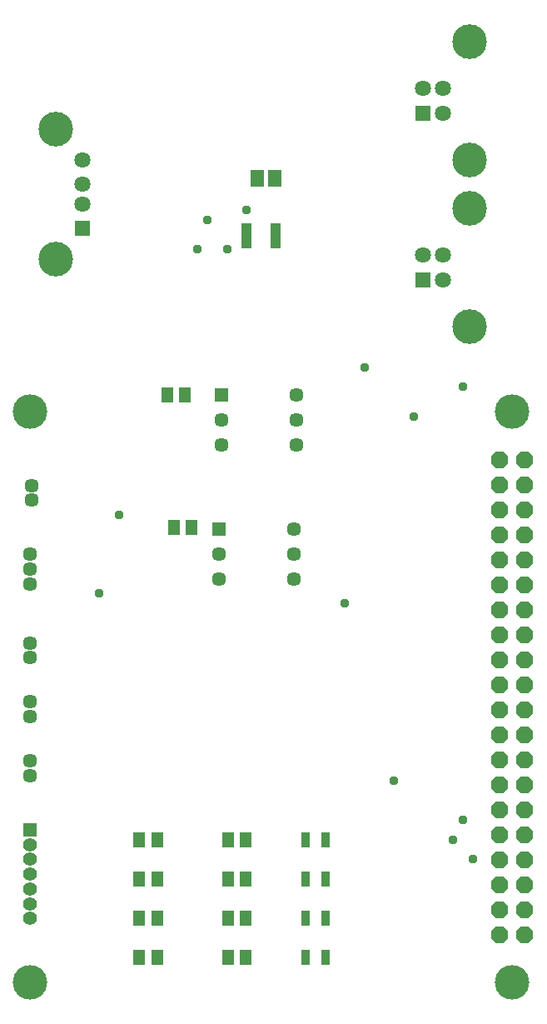
<source format=gbr>
G04 EAGLE Gerber RS-274X export*
G75*
%MOMM*%
%FSLAX34Y34*%
%LPD*%
%INSoldermask Top*%
%IPPOS*%
%AMOC8*
5,1,8,0,0,1.08239X$1,22.5*%
G01*
G04 Define Apertures*
%ADD10R,1.367800X1.668500*%
%ADD11R,0.965000X1.565000*%
%ADD12P,1.8695X8X292.5*%
%ADD13R,1.444200X1.444200*%
%ADD14C,1.444200*%
%ADD15C,3.505200*%
%ADD16R,1.234400X1.623400*%
%ADD17R,1.053200X0.483200*%
%ADD18C,3.519200*%
%ADD19C,1.631200*%
%ADD20R,1.631200X1.631200*%
%ADD21C,1.447800*%
%ADD22R,1.411200X1.411200*%
%ADD23C,1.411200*%
%ADD24C,0.959600*%
G36*
X285322Y791522D02*
X285322Y795278D01*
X294778Y795278D01*
X294778Y791522D01*
X285322Y791522D01*
G37*
G36*
X285322Y796522D02*
X285322Y800278D01*
X294778Y800278D01*
X294778Y796522D01*
X285322Y796522D01*
G37*
G36*
X285322Y801522D02*
X285322Y805278D01*
X294778Y805278D01*
X294778Y801522D01*
X285322Y801522D01*
G37*
G36*
X285322Y806522D02*
X285322Y810278D01*
X294778Y810278D01*
X294778Y806522D01*
X285322Y806522D01*
G37*
G36*
X285322Y811522D02*
X285322Y815278D01*
X294778Y815278D01*
X294778Y811522D01*
X285322Y811522D01*
G37*
G36*
X314822Y791522D02*
X314822Y795278D01*
X324278Y795278D01*
X324278Y791522D01*
X314822Y791522D01*
G37*
G36*
X314822Y796522D02*
X314822Y800278D01*
X324278Y800278D01*
X324278Y796522D01*
X314822Y796522D01*
G37*
G36*
X314822Y801522D02*
X314822Y805278D01*
X324278Y805278D01*
X324278Y801522D01*
X314822Y801522D01*
G37*
G36*
X314822Y806522D02*
X314822Y810278D01*
X324278Y810278D01*
X324278Y806522D01*
X314822Y806522D01*
G37*
G36*
X314822Y811522D02*
X314822Y815278D01*
X324278Y815278D01*
X324278Y811522D01*
X314822Y811522D01*
G37*
D10*
X318554Y861900D03*
X301046Y861900D03*
D11*
X370250Y190000D03*
X349750Y190000D03*
X370250Y150000D03*
X349750Y150000D03*
X370250Y110000D03*
X349750Y110000D03*
X370250Y70000D03*
X349750Y70000D03*
D12*
X547300Y576300D03*
X572700Y576300D03*
X547300Y550900D03*
X572700Y550900D03*
X547300Y525500D03*
X572700Y525500D03*
X547300Y500100D03*
X572700Y500100D03*
X547300Y474700D03*
X572700Y474700D03*
X547300Y449300D03*
X572700Y449300D03*
X547300Y423900D03*
X572700Y423900D03*
X547300Y398500D03*
X572700Y398500D03*
X547300Y373100D03*
X572700Y373100D03*
X547300Y347700D03*
X572700Y347700D03*
X547300Y322300D03*
X572700Y322300D03*
X547300Y296900D03*
X572700Y296900D03*
X547300Y271500D03*
X572700Y271500D03*
X547300Y246100D03*
X572700Y246100D03*
X547300Y220700D03*
X572700Y220700D03*
X547300Y195300D03*
X572700Y195300D03*
X547300Y169900D03*
X572700Y169900D03*
X547300Y144500D03*
X572700Y144500D03*
X547300Y119100D03*
X572700Y119100D03*
X547300Y93700D03*
X572700Y93700D03*
D13*
X264200Y641600D03*
D14*
X264200Y616200D03*
X264200Y590800D03*
X340400Y590800D03*
X340400Y616200D03*
X340400Y641600D03*
D15*
X560000Y625000D03*
X560000Y45000D03*
X70000Y625000D03*
X70000Y45000D03*
D16*
X289195Y190000D03*
X270805Y190000D03*
X289195Y150000D03*
X270805Y150000D03*
X289195Y110000D03*
X270805Y110000D03*
X289195Y70000D03*
X270805Y70000D03*
X209005Y641600D03*
X227395Y641600D03*
D17*
X319550Y793400D03*
X319550Y798400D03*
X319550Y803400D03*
X319550Y808400D03*
X319550Y813400D03*
X290050Y813400D03*
X290050Y808400D03*
X290050Y803400D03*
X290050Y798400D03*
X290050Y793400D03*
D13*
X261900Y505400D03*
D14*
X261900Y480000D03*
X261900Y454600D03*
X338100Y454600D03*
X338100Y480000D03*
X338100Y505400D03*
D16*
X215805Y507500D03*
X234195Y507500D03*
D18*
X516640Y831600D03*
X516640Y711200D03*
D19*
X469540Y783900D03*
X489540Y783900D03*
D20*
X469540Y758900D03*
D19*
X489540Y758900D03*
D18*
X516640Y1001160D03*
X516640Y880760D03*
D19*
X469540Y953460D03*
X489540Y953460D03*
D20*
X469540Y928460D03*
D19*
X489540Y928460D03*
D20*
X123460Y810960D03*
D19*
X123460Y835960D03*
X123460Y855960D03*
X123460Y880960D03*
D18*
X96360Y780260D03*
X96360Y911660D03*
D16*
X199195Y190000D03*
X180805Y190000D03*
X199195Y150000D03*
X180805Y150000D03*
X199195Y110000D03*
X180805Y110000D03*
X199195Y70000D03*
X180805Y70000D03*
D21*
X71383Y550000D03*
X71383Y535000D03*
X70000Y480000D03*
X70000Y465000D03*
X70000Y450000D03*
X70000Y390000D03*
X70000Y375000D03*
X70000Y330000D03*
X70000Y315000D03*
X70000Y270000D03*
X70000Y255000D03*
D22*
X70000Y200000D03*
D23*
X70000Y185000D03*
X70000Y170000D03*
X70000Y155000D03*
X70000Y140000D03*
X70000Y125000D03*
X70000Y110000D03*
D24*
X160000Y520000D03*
X250000Y819892D03*
X270000Y790000D03*
X290000Y830000D03*
X410000Y670000D03*
X510000Y650000D03*
X460000Y620000D03*
X240000Y790000D03*
X140000Y440000D03*
X390000Y430000D03*
X510000Y210000D03*
X440000Y250000D03*
X520000Y170000D03*
X500000Y190000D03*
M02*

</source>
